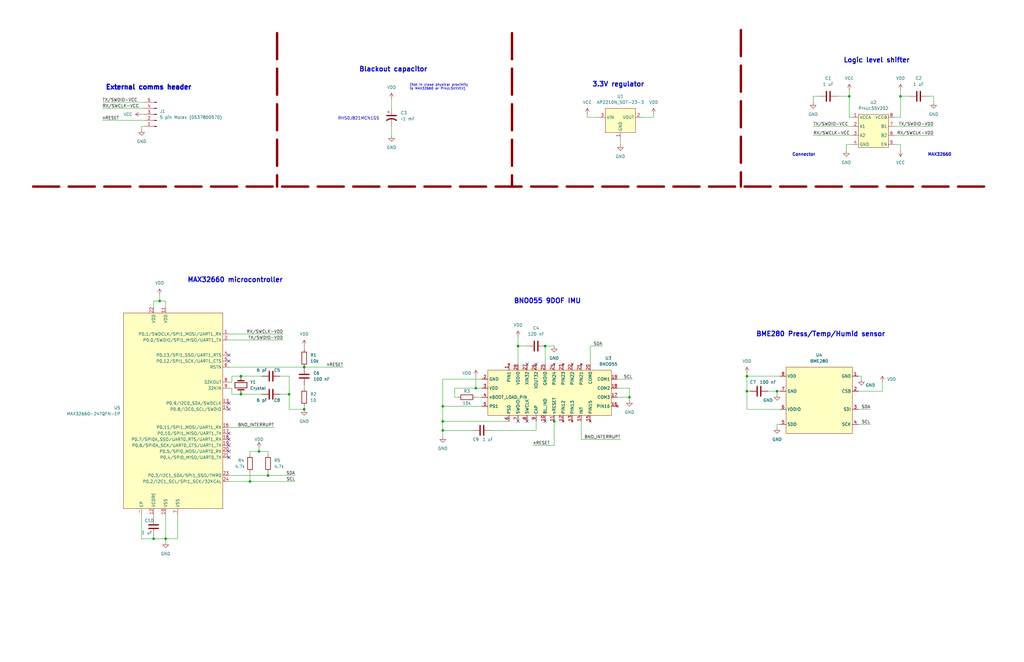
<source format=kicad_sch>
(kicad_sch (version 20211123) (generator eeschema)
  (paper "B")
  (title_block (title "Universal Kinematics Data Aquisition Board") (date "2022-12-03") (rev "1") (company "Lilypad Aerospace") (comment 1 "Public release: No") (comment 2 "Production:") (comment 3 "Approved by: ") (comment 4 "Engineer: Joseph Hayes"))
  (lib_symbols
    (symbol "Connector:Conn_01x05_Male" (pin_names (offset 1.016) hide)
      (property "Reference" "J" (at 0 7.62 0))
      (property "Value" "Conn_01x05_Male" (at 0 -7.62 0))
      (symbol "Conn_01x05_Male_1_1"
        (polyline (pts (xy 1.27 -5.08) (xy 0.8636 -5.08)) (stroke (width 0.1524)))
        (polyline (pts (xy 1.27 -2.54) (xy 0.8636 -2.54)) (stroke (width 0.1524)))
        (polyline (pts (xy 1.27 0) (xy 0.8636 0)) (stroke (width 0.1524)))
        (polyline (pts (xy 1.27 2.54) (xy 0.8636 2.54)) (stroke (width 0.1524)))
        (polyline (pts (xy 1.27 5.08) (xy 0.8636 5.08)) (stroke (width 0.1524)))
        (rectangle (start 0.8636 -4.953) (end 0 -5.207) (stroke (width 0.1524)) (fill (type outline)))
        (rectangle (start 0.8636 -2.413) (end 0 -2.667) (stroke (width 0.1524)) (fill (type outline)))
        (rectangle (start 0.8636 0.127) (end 0 -0.127) (stroke (width 0.1524)) (fill (type outline)))
        (rectangle (start 0.8636 2.667) (end 0 2.413) (stroke (width 0.1524)) (fill (type outline)))
        (rectangle (start 0.8636 5.207) (end 0 4.953) (stroke (width 0.1524)) (fill (type outline)))
        (pin passive line (at 5.08 5.08 180) (length 3.81) (name "Pin_1") (number "1"))
        (pin passive line (at 5.08 2.54 180) (length 3.81) (name "Pin_2") (number "2"))
        (pin passive line (at 5.08 0 180) (length 3.81) (name "Pin_3") (number "3"))
        (pin passive line (at 5.08 -2.54 180) (length 3.81) (name "Pin_4") (number "4"))
        (pin passive line (at 5.08 -5.08 180) (length 3.81) (name "Pin_5") (number "5"))
      )
    )
    (symbol "Device:C" (pin_numbers hide) (pin_names (offset 0.254))
      (property "Reference" "C" (at 0.635 2.54 0))
      (property "Value" "C" (at 0.635 -2.54 0))
      (symbol "C_0_1"
        (polyline (pts (xy -2.032 -0.762) (xy 2.032 -0.762)) (stroke (width 0.508)))
        (polyline (pts (xy -2.032 0.762) (xy 2.032 0.762)) (stroke (width 0.508)))
      )
      (symbol "C_1_1"
        (pin passive line (at 0 3.81 270) (length 2.794) (name "~") (number "1"))
        (pin passive line (at 0 -3.81 90) (length 2.794) (name "~") (number "2"))
      )
    )
    (symbol "Device:C_Polarized_US" (pin_numbers hide) (pin_names (offset 0.254) hide)
      (property "Reference" "C" (at 0.635 2.54 0))
      (property "Value" "C_Polarized_US" (at 0.635 -2.54 0))
      (symbol "C_Polarized_US_0_1"
        (polyline (pts (xy -2.032 0.762) (xy 2.032 0.762)) (stroke (width 0.508)))
        (polyline (pts (xy -1.778 2.286) (xy -0.762 2.286)))
        (polyline (pts (xy -1.27 1.778) (xy -1.27 2.794)))
        (arc (start 2.032 -1.27) (mid 0 -0.5572) (end -2.032 -1.27) (stroke (width 0.508)))
      )
      (symbol "C_Polarized_US_1_1"
        (pin passive line (at 0 3.81 270) (length 2.794) (name "~") (number "1"))
        (pin passive line (at 0 -3.81 90) (length 3.302) (name "~") (number "2"))
      )
    )
    (symbol "Device:Crystal" (pin_numbers hide) (pin_names (offset 1.016) hide)
      (property "Reference" "Y" (at 0 3.81 0))
      (property "Value" "Crystal" (at 0 -3.81 0))
      (symbol "Crystal_0_1"
        (rectangle (start -1.143 2.54) (end 1.143 -2.54) (stroke (width 0.3048)))
        (polyline (pts (xy -2.54 0) (xy -1.905 0)))
        (polyline (pts (xy -1.905 -1.27) (xy -1.905 1.27)) (stroke (width 0.508)))
        (polyline (pts (xy 1.905 -1.27) (xy 1.905 1.27)) (stroke (width 0.508)))
        (polyline (pts (xy 2.54 0) (xy 1.905 0)))
      )
      (symbol "Crystal_1_1"
        (pin passive line (at -3.81 0 0) (length 1.27) (name "1") (number "1"))
        (pin passive line (at 3.81 0 180) (length 1.27) (name "2") (number "2"))
      )
    )
    (symbol "Device:R" (pin_numbers hide) (pin_names (offset 0))
      (property "Reference" "R" (at 2.032 0 90))
      (property "Value" "R" (at 0 0 90))
      (symbol "R_0_1"
        (rectangle (start -1.016 -2.54) (end 1.016 2.54) (stroke (width 0.254)))
      )
      (symbol "R_1_1"
        (pin passive line (at 0 3.81 270) (length 1.27) (name "~") (number "1"))
        (pin passive line (at 0 -3.81 90) (length 1.27) (name "~") (number "2"))
      )
    )
    (symbol "Joseph:AP2210N_SOT-23-3"
      (property "Reference" "U?" (at 0 10.16 0))
      (property "Value" "AP2210N_SOT-23-3" (at 0 7.62 0))
      (symbol "AP2210N_SOT-23-3_0_0"
        (pin power_in line (at 0 -7.62 90) (length 2.54) (name "GND") (number "1"))
        (pin power_out line (at 8.89 1.27 180) (length 2.54) (name "VOUT") (number "2"))
        (pin power_in line (at -8.89 1.27 0) (length 2.54) (name "VIN") (number "3"))
      )
      (symbol "AP2210N_SOT-23-3_0_1"
        (rectangle (start -6.35 5.08) (end 6.35 -5.08) (fill (type background)))
      )
    )
    (symbol "Joseph:BME280"
      (property "Reference" "U" (at 11.43 -16.51 0))
      (property "Value" "BME280" (at -8.89 16.51 0))
      (symbol "BME280_0_0"
        (pin power_in line (at 16.51 10.16 180) (length 2.54) (name "GND") (number "1"))
        (pin input line (at 16.51 3.81 180) (length 2.54) (name "CSB") (number "2"))
        (pin input line (at 16.51 -3.81 180) (length 2.54) (name "SDI") (number "3"))
        (pin input line (at 16.51 -10.16 180) (length 2.54) (name "SCK") (number "4"))
        (pin output line (at -16.51 -10.16 0) (length 2.54) (name "SDO") (number "5"))
        (pin power_in line (at -16.51 -3.81 0) (length 2.54) (name "VDDIO") (number "6"))
        (pin power_in line (at -16.51 3.81 0) (length 2.54) (name "GND") (number "7"))
        (pin power_in line (at -16.51 10.16 0) (length 2.54) (name "VDD") (number "8"))
      )
      (symbol "BME280_0_1"
        (rectangle (start -13.97 13.97) (end 13.97 -13.97) (fill (type background)))
      )
    )
    (symbol "Joseph:BNO055"
      (property "Reference" "U3" (at 25.4 13.97 0))
      (property "Value" "BNO055" (at 25.4 11.43 0))
      (symbol "BNO055_0_0"
        (pin no_connect line (at -16.51 11.43 270) (length 2.54) (name "PIN1") (number "1"))
        (pin output line (at -1.27 -12.7 90) (length 2.54) (name "BL_IND") (number "10"))
        (pin free line (at 2.54 -12.7 90) (length 2.54) (name "nRESET") (number "11"))
        (pin no_connect line (at 6.35 -12.7 90) (length 2.54) (name "PIN12") (number "12"))
        (pin no_connect line (at 10.16 -12.7 90) (length 2.54) (name "PIN13") (number "13"))
        (pin output line (at 13.97 -12.7 90) (length 2.54) (name "INT") (number "14"))
        (pin no_connect line (at 17.78 -12.7 90) (length 2.54) (name "PIN15") (number "15"))
        (pin no_connect line (at 29.21 -6.35 180) (length 2.54) (name "PIN16") (number "16"))
        (pin input line (at 29.21 -2.54 180) (length 2.54) (name "COM3") (number "17"))
        (pin bidirectional line (at 29.21 1.27 180) (length 2.54) (name "COM2") (number "18"))
        (pin bidirectional line (at 29.21 5.08 180) (length 2.54) (name "COM1") (number "19"))
        (pin power_out line (at -27.94 5.08 0) (length 2.54) (name "GND") (number "2"))
        (pin bidirectional line (at 17.78 11.43 270) (length 2.54) (name "COM0") (number "20"))
        (pin no_connect line (at 13.97 11.43 270) (length 2.54) (name "PIN21") (number "21"))
        (pin no_connect line (at 10.16 11.43 270) (length 2.54) (name "PIN22") (number "22"))
        (pin no_connect line (at 6.35 11.43 270) (length 2.54) (name "PIN23") (number "23"))
        (pin no_connect line (at 2.54 11.43 270) (length 2.54) (name "PIN24") (number "24"))
        (pin power_in line (at -1.27 11.43 270) (length 2.54) (name "GNDIO") (number "25"))
        (pin output line (at -5.08 11.43 270) (length 2.54) (name "XOUT32") (number "26"))
        (pin input line (at -8.89 11.43 270) (length 2.54) (name "XIN32") (number "27"))
        (pin power_in line (at -12.7 11.43 270) (length 2.54) (name "VDDIO") (number "28"))
        (pin power_in line (at -27.94 1.27 0) (length 2.54) (name "VDD") (number "3"))
        (pin input line (at -27.94 -2.54 0) (length 2.54) (name "nBOOT_LOAD_PIN") (number "4"))
        (pin input line (at -27.94 -6.35 0) (length 2.54) (name "PS1") (number "5"))
        (pin input line (at -16.51 -12.7 90) (length 2.54) (name "PS0") (number "6"))
        (pin bidirectional line (at -12.7 -12.7 90) (length 2.54) (name "SWDIO") (number "7"))
        (pin input line (at -8.89 -12.7 90) (length 2.54) (name "SWCLK") (number "8"))
        (pin free line (at -5.08 -12.7 90) (length 2.54) (name "CAP") (number "9"))
      )
      (symbol "BNO055_0_1"
        (rectangle (start -25.4 8.89) (end 26.67 -10.16) (fill (type background)))
      )
    )
    (symbol "Joseph:MAX32660-24TQFN-EP"
      (property "Reference" "U5" (at -24.13 -1.9049 0))
      (property "Value" "MAX32660-24TQFN-EP" (at -24.13 -4.4449 0))
      (symbol "MAX32660-24TQFN-EP_0_0"
        (pin power_in line (at -15.24 -46.99 90) (length 2.54) (name "EP") (number "-"))
        (pin bidirectional line (at 21.59 29.21 180) (length 2.54) (name "P0.1/SWDCLK/SPI1_MOSI/UART1_RX") (number "1"))
        (pin power_in line (at -5.08 -46.99 90) (length 2.54) (name "VSS") (number "10"))
        (pin power_in line (at -5.08 40.64 270) (length 2.54) (name "VDD") (number "11"))
        (pin power_in line (at -10.16 -46.99 90) (length 2.54) (name "VCORE") (number "12"))
        (pin bidirectional line (at 21.59 0 180) (length 2.54) (name "P0.9/I2C0_SDA/SWDCLK") (number "13"))
        (pin bidirectional line (at 21.59 -2.54 180) (length 2.54) (name "P0.8/I2C0_SCL/SWDIO") (number "14"))
        (pin bidirectional line (at 21.59 -10.16 180) (length 2.54) (name "P0.11/SPI1_MOSI/UART1_RX") (number "16"))
        (pin bidirectional line (at 21.59 -12.7 180) (length 2.54) (name "P0.10/SPI1_MISO/UART1_TX") (number "17"))
        (pin bidirectional line (at 21.59 -15.24 180) (length 2.54) (name "P0.7/SPI0A_SSO/UART0_RTS/UART1_RX") (number "18"))
        (pin bidirectional line (at 21.59 -17.78 180) (length 2.54) (name "P0.6/SPI0A_SCK/UART0_CTS/UART1_TX") (number "19"))
        (pin bidirectional line (at 21.59 26.67 180) (length 2.54) (name "P0.0/SWDIO/SPI1_MISO/UART1_TX") (number "2"))
        (pin bidirectional line (at 21.59 -20.32 180) (length 2.54) (name "P0.5/SPI0_MOSI/UART0_RX") (number "20"))
        (pin passive line (at 21.59 -22.86 180) (length 2.54) (name "P0.4/SPI0_MISO/UART0_TX") (number "21"))
        (pin power_in line (at -10.16 40.64 270) (length 2.54) (name "VDD") (number "22"))
        (pin bidirectional line (at 21.59 -30.48 180) (length 2.54) (name "P0.3/I2C1_SDA/SPI1_SSO/TMR0") (number "23"))
        (pin bidirectional line (at 21.59 -33.02 180) (length 2.54) (name "P0.2/I2C1_SCL/SPI1_SCK/32KCAL") (number "24"))
        (pin bidirectional line (at 21.59 20.32 180) (length 2.54) (name "P0.13/SPI1_SSO/UART1_RTS") (number "4"))
        (pin bidirectional line (at 21.59 17.78 180) (length 2.54) (name "P0.12/SPI1_SCK/UART1_CTS") (number "5"))
        (pin input line (at 21.59 15.24 180) (length 2.54) (name "RSTN") (number "6"))
        (pin power_in line (at 0 -46.99 90) (length 2.54) (name "VSS") (number "7"))
        (pin output line (at 21.59 8.89 180) (length 2.54) (name "32KOUT") (number "8"))
        (pin input line (at 21.59 6.35 180) (length 2.54) (name "32KIN") (number "9"))
      )
      (symbol "MAX32660-24TQFN-EP_0_1"
        (rectangle (start -22.86 38.1) (end 19.05 -44.45) (fill (type background)))
      )
    )
    (symbol "Joseph:PI4ULS5V202"
      (property "Reference" "U2" (at 0 12.7 0))
      (property "Value" "PI4ULS5V202" (at 0 10.16 0))
      (symbol "PI4ULS5V202_0_0"
        (pin power_in line (at -8.89 6.35 0) (length 2.54) (name "VCCA") (number "1"))
        (pin bidirectional line (at -8.89 2.54 0) (length 2.54) (name "A1") (number "2"))
        (pin bidirectional line (at -8.89 -1.27 0) (length 2.54) (name "A2") (number "3"))
        (pin power_in line (at -8.89 -5.08 0) (length 2.54) (name "GND") (number "4"))
        (pin input line (at 8.89 -5.08 180) (length 2.54) (name "EN") (number "5"))
        (pin bidirectional line (at 8.89 -1.27 180) (length 2.54) (name "B2") (number "6"))
        (pin bidirectional line (at 8.89 2.54 180) (length 2.54) (name "B1") (number "7"))
        (pin power_in line (at 8.89 6.35 180) (length 2.54) (name "VCCB") (number "8"))
      )
      (symbol "PI4ULS5V202_0_1"
        (rectangle (start -6.35 7.62) (end 6.35 -6.35) (fill (type background)))
      )
    )
    (symbol "power:GND" (power) (pin_names (offset 0))
      (property "Value" "GND" (at 0 -3.81 0))
      (symbol "GND_0_1"
        (polyline (pts (xy 0 0) (xy 0 -1.27) (xy 1.27 -1.27) (xy 0 -2.54) (xy -1.27 -1.27) (xy 0 -1.27)))
      )
      (symbol "GND_1_1"
        (pin power_in line (at 0 0 270) (length 0) hide (name "GND") (number "1"))
      )
    )
    (symbol "power:VCC" (power) (pin_names (offset 0))
      (property "Value" "VCC" (at 0 3.81 0))
      (symbol "VCC_0_1"
        (polyline (pts (xy -0.762 1.27) (xy 0 2.54)))
        (polyline (pts (xy 0 0) (xy 0 2.54)))
        (polyline (pts (xy 0 2.54) (xy 0.762 1.27)))
      )
      (symbol "VCC_1_1"
        (pin power_in line (at 0 0 90) (length 0) hide (name "VCC") (number "1"))
      )
    )
    (symbol "power:VDD" (power) (pin_names (offset 0))
      (property "Value" "VDD" (at 0 3.81 0))
      (symbol "VDD_0_1"
        (polyline (pts (xy -0.762 1.27) (xy 0 2.54)))
        (polyline (pts (xy 0 0) (xy 0 2.54)))
        (polyline (pts (xy 0 2.54) (xy 0.762 1.27)))
      )
      (symbol "VDD_1_1"
        (pin power_in line (at 0 0 90) (length 0) hide (name "VDD") (number "1"))
      )
    )
  )
  (junction (at 314.96 165.1))
  (junction (at 105.41 203.2))
  (junction (at 113.03 200.66))
  (junction (at 186.69 171.45))
  (junction (at 101.6 166.37))
  (junction (at 101.6 158.75))
  (junction (at 358.14 40.64))
  (junction (at 64.77 227.33))
  (junction (at 229.87 146.05))
  (junction (at 128.27 154.94))
  (junction (at 121.92 166.37))
  (junction (at 69.85 227.33))
  (junction (at 327.66 165.1))
  (junction (at 109.22 190.5))
  (junction (at 186.69 181.61))
  (junction (at 379.73 40.64))
  (junction (at 314.96 158.75))
  (junction (at 233.68 177.8))
  (junction (at 128.27 172.72))
  (junction (at 186.69 177.8))
  (junction (at 218.44 146.05))
  (junction (at 200.66 163.83))
  (junction (at 265.43 167.64))
  (junction (at 67.31 127))
  (no_connect (at 96.52 170.18))
  (no_connect (at 96.52 152.4))
  (no_connect (at 96.52 149.86))
  (no_connect (at 96.52 193.04))
  (no_connect (at 96.52 172.72))
  (no_connect (at 96.52 182.88))
  (no_connect (at 96.52 185.42))
  (no_connect (at 96.52 187.96))
  (no_connect (at 96.52 190.5))
  (no_connect (at 222.25 177.8))
  (no_connect (at 229.87 177.8))
  (no_connect (at 226.06 153.67))
  (no_connect (at 222.25 153.67))
  (no_connect (at 218.44 177.8))
  (wire (pts (xy 245.11 185.42) (xy 261.62 185.42)))
  (wire (pts (xy 186.69 171.45) (xy 186.69 177.8)))
  (wire (pts (xy 74.93 227.33) (xy 69.85 227.33)))
  (wire (pts (xy 113.03 199.39) (xy 113.03 200.66)))
  (wire (pts (xy 377.19 49.53) (xy 379.73 49.53)))
  (wire (pts (xy 191.77 163.83) (xy 200.66 163.83)))
  (wire (pts (xy 229.87 153.67) (xy 229.87 146.05)))
  (wire (pts (xy 67.31 127) (xy 67.31 124.46)))
  (wire (pts (xy 270.51 49.53) (xy 275.59 49.53)))
  (wire (pts (xy 245.11 177.8) (xy 245.11 185.42)))
  (wire (pts (xy 43.18 43.18) (xy 60.96 43.18)))
  (wire (pts (xy 327.66 179.07) (xy 327.66 180.34)))
  (wire (pts (xy 200.66 167.64) (xy 203.2 167.64)))
  (wire (pts (xy 361.95 179.07) (xy 367.03 179.07)))
  (wire (pts (xy 59.69 217.17) (xy 59.69 227.33)))
  (wire (pts (xy 165.1 41.91) (xy 165.1 45.72)))
  (wire (pts (xy 260.35 163.83) (xy 265.43 163.83)))
  (polyline (pts (xy 116.84 13.97) (xy 116.84 78.74)) (stroke (width 1) (color 132 0 0 1)))
  (wire (pts (xy 165.1 53.34) (xy 165.1 57.15)))
  (wire (pts (xy 248.92 146.05) (xy 254 146.05)))
  (wire (pts (xy 391.16 40.64) (xy 393.7 40.64)))
  (wire (pts (xy 69.85 217.17) (xy 69.85 227.33)))
  (wire (pts (xy 121.92 158.75) (xy 121.92 166.37)))
  (wire (pts (xy 118.11 158.75) (xy 121.92 158.75)))
  (wire (pts (xy 128.27 146.05) (xy 128.27 147.32)))
  (wire (pts (xy 377.19 53.34) (xy 393.7 53.34)))
  (wire (pts (xy 363.22 158.75) (xy 363.22 160.02)))
  (wire (pts (xy 372.11 165.1) (xy 372.11 161.29)))
  (wire (pts (xy 69.85 127) (xy 67.31 127)))
  (wire (pts (xy 314.96 158.75) (xy 314.96 157.48)))
  (wire (pts (xy 109.22 190.5) (xy 113.03 190.5)))
  (wire (pts (xy 361.95 158.75) (xy 363.22 158.75)))
  (wire (pts (xy 60.96 53.34) (xy 59.69 53.34)))
  (polyline (pts (xy 215.9 13.97) (xy 215.9 78.74)) (stroke (width 1) (color 132 0 0 1)))
  (wire (pts (xy 109.22 189.23) (xy 109.22 190.5)))
  (wire (pts (xy 200.66 158.75) (xy 200.66 163.83)))
  (wire (pts (xy 97.79 163.83) (xy 97.79 166.37)))
  (wire (pts (xy 97.79 166.37) (xy 101.6 166.37)))
  (wire (pts (xy 323.85 165.1) (xy 327.66 165.1)))
  (wire (pts (xy 379.73 38.1) (xy 379.73 40.64)))
  (wire (pts (xy 64.77 127) (xy 67.31 127)))
  (wire (pts (xy 43.18 50.8) (xy 60.96 50.8)))
  (wire (pts (xy 64.77 217.17) (xy 64.77 218.44)))
  (wire (pts (xy 218.44 142.24) (xy 218.44 146.05)))
  (wire (pts (xy 260.35 160.02) (xy 266.7 160.02)))
  (wire (pts (xy 191.77 167.64) (xy 191.77 163.83)))
  (wire (pts (xy 97.79 158.75) (xy 101.6 158.75)))
  (wire (pts (xy 105.41 199.39) (xy 105.41 203.2)))
  (wire (pts (xy 59.69 227.33) (xy 64.77 227.33)))
  (wire (pts (xy 361.95 172.72) (xy 367.03 172.72)))
  (wire (pts (xy 74.93 217.17) (xy 74.93 227.33)))
  (wire (pts (xy 96.52 140.97) (xy 119.38 140.97)))
  (wire (pts (xy 377.19 60.96) (xy 379.73 60.96)))
  (wire (pts (xy 128.27 154.94) (xy 144.78 154.94)))
  (wire (pts (xy 356.87 60.96) (xy 356.87 63.5)))
  (wire (pts (xy 186.69 160.02) (xy 186.69 171.45)))
  (wire (pts (xy 265.43 168.91) (xy 265.43 167.64)))
  (wire (pts (xy 43.18 45.72) (xy 60.96 45.72)))
  (wire (pts (xy 59.69 53.34) (xy 59.69 54.61)))
  (wire (pts (xy 328.93 165.1) (xy 327.66 165.1)))
  (wire (pts (xy 64.77 129.54) (xy 64.77 127)))
  (wire (pts (xy 121.92 166.37) (xy 118.11 166.37)))
  (wire (pts (xy 121.92 172.72) (xy 128.27 172.72)))
  (wire (pts (xy 247.65 49.53) (xy 247.65 48.26)))
  (wire (pts (xy 233.68 175.26) (xy 233.68 177.8)))
  (wire (pts (xy 252.73 49.53) (xy 247.65 49.53)))
  (wire (pts (xy 316.23 165.1) (xy 314.96 165.1)))
  (wire (pts (xy 97.79 161.29) (xy 97.79 158.75)))
  (wire (pts (xy 379.73 40.64) (xy 379.73 49.53)))
  (wire (pts (xy 113.03 200.66) (xy 124.46 200.66)))
  (wire (pts (xy 359.41 49.53) (xy 358.14 49.53)))
  (wire (pts (xy 226.06 181.61) (xy 207.01 181.61)))
  (wire (pts (xy 59.69 48.26) (xy 60.96 48.26)))
  (wire (pts (xy 314.96 172.72) (xy 314.96 165.1)))
  (wire (pts (xy 327.66 165.1) (xy 327.66 166.37)))
  (wire (pts (xy 186.69 181.61) (xy 186.69 184.15)))
  (wire (pts (xy 224.79 187.96) (xy 233.68 187.96)))
  (wire (pts (xy 314.96 158.75) (xy 328.93 158.75)))
  (wire (pts (xy 314.96 165.1) (xy 314.96 158.75)))
  (wire (pts (xy 186.69 177.8) (xy 186.69 181.61)))
  (wire (pts (xy 342.9 40.64) (xy 342.9 43.18)))
  (wire (pts (xy 358.14 40.64) (xy 358.14 38.1)))
  (wire (pts (xy 358.14 49.53) (xy 358.14 40.64)))
  (wire (pts (xy 218.44 146.05) (xy 222.25 146.05)))
  (wire (pts (xy 229.87 146.05) (xy 233.68 146.05)))
  (wire (pts (xy 69.85 227.33) (xy 69.85 228.6)))
  (wire (pts (xy 186.69 160.02) (xy 203.2 160.02)))
  (wire (pts (xy 96.52 163.83) (xy 97.79 163.83)))
  (wire (pts (xy 203.2 163.83) (xy 200.66 163.83)))
  (wire (pts (xy 275.59 49.53) (xy 275.59 48.26)))
  (wire (pts (xy 359.41 60.96) (xy 356.87 60.96)))
  (wire (pts (xy 96.52 200.66) (xy 113.03 200.66)))
  (wire (pts (xy 113.03 190.5) (xy 113.03 191.77)))
  (wire (pts (xy 233.68 177.8) (xy 233.68 187.96)))
  (wire (pts (xy 96.52 203.2) (xy 105.41 203.2)))
  (wire (pts (xy 226.06 177.8) (xy 226.06 181.61)))
  (polyline (pts (xy 312.42 12.7) (xy 312.42 78.74)) (stroke (width 1) (color 132 0 0 1)))
  (wire (pts (xy 105.41 191.77) (xy 105.41 190.5)))
  (wire (pts (xy 64.77 226.06) (xy 64.77 227.33)))
  (wire (pts (xy 193.04 167.64) (xy 191.77 167.64)))
  (wire (pts (xy 96.52 143.51) (xy 119.38 143.51)))
  (wire (pts (xy 186.69 181.61) (xy 199.39 181.61)))
  (wire (pts (xy 101.6 158.75) (xy 110.49 158.75)))
  (wire (pts (xy 260.35 167.64) (xy 265.43 167.64)))
  (wire (pts (xy 105.41 203.2) (xy 124.46 203.2)))
  (wire (pts (xy 186.69 177.8) (xy 214.63 177.8)))
  (wire (pts (xy 328.93 179.07) (xy 327.66 179.07)))
  (wire (pts (xy 101.6 166.37) (xy 110.49 166.37)))
  (wire (pts (xy 96.52 154.94) (xy 128.27 154.94)))
  (wire (pts (xy 361.95 165.1) (xy 372.11 165.1)))
  (wire (pts (xy 121.92 166.37) (xy 121.92 172.72)))
  (wire (pts (xy 64.77 227.33) (xy 69.85 227.33)))
  (wire (pts (xy 261.62 58.42) (xy 261.62 60.96)))
  (wire (pts (xy 69.85 129.54) (xy 69.85 127)))
  (wire (pts (xy 128.27 171.45) (xy 128.27 172.72)))
  (wire (pts (xy 393.7 40.64) (xy 393.7 43.18)))
  (polyline (pts (xy 13.97 78.74) (xy 417.83 78.74)) (stroke (width 1) (color 132 0 0 1)))
  (wire (pts (xy 379.73 60.96) (xy 379.73 63.5)))
  (wire (pts (xy 186.69 171.45) (xy 203.2 171.45)))
  (wire (pts (xy 379.73 40.64) (xy 383.54 40.64)))
  (wire (pts (xy 218.44 146.05) (xy 218.44 153.67)))
  (wire (pts (xy 105.41 190.5) (xy 109.22 190.5)))
  (wire (pts (xy 248.92 153.67) (xy 248.92 146.05)))
  (wire (pts (xy 128.27 162.56) (xy 128.27 163.83)))
  (wire (pts (xy 345.44 40.64) (xy 342.9 40.64)))
  (wire (pts (xy 96.52 161.29) (xy 97.79 161.29)))
  (wire (pts (xy 353.06 40.64) (xy 358.14 40.64)))
  (wire (pts (xy 377.19 57.15) (xy 393.7 57.15)))
  (wire (pts (xy 342.9 57.15) (xy 359.41 57.15)))
  (wire (pts (xy 342.9 53.34) (xy 359.41 53.34)))
  (wire (pts (xy 96.52 180.34) (xy 115.57 180.34)))
  (wire (pts (xy 328.93 172.72) (xy 314.96 172.72)))
  (wire (pts (xy 265.43 163.83) (xy 265.43 167.64)))
  (text "(Not in close physical proximity \nto MAX32660 or PI4ULSVXVEX)" (at 172.72 38.1 0) (effects (font (size 1 1)) (justify left bottom)))
  (text "MAX32660" (at 391.16 66.04 0) (effects (font (size 1.27 1.27) bold) (justify left bottom)))
  (text "Connector" (at 334.01 66.04 0) (effects (font (size 1.27 1.27) bold) (justify left bottom)))
  (text "BME280 Press/Temp/Humid sensor" (at 373.38 142.24 180) (effects (font (size 2 2) bold) (justify right bottom)))
  (text "External comms header" (at 44.45 38.1 0) (effects (font (size 2 2) (thickness 0.8) bold) (justify left bottom)))
  (text "MAX32660 microcontroller" (at 119.38 119.38 180) (effects (font (size 2 2) (thickness 0.4) bold) (justify right bottom)))
  (text "RHS0J821MCN1GS" (at 160.02 50.8 180) (effects (font (size 1.27 1.27)) (justify right bottom)))
  (text "Logic level shifter" (at 355.6 26.67 0) (effects (font (size 2 2) (thickness 0.4) bold) (justify left bottom)))
  (text "3.3V regulator" (at 271.78 36.83 180) (effects (font (size 2 2) bold) (justify right bottom)))
  (text "Blackout capacitor" (at 180.34 30.48 180) (effects (font (size 2 2) bold) (justify right bottom)))
  (text "BNO055 9DOF IMU" (at 245.11 128.27 180) (effects (font (size 2 2) (thickness 0.4) bold) (justify right bottom)))
  (label "BNO_INTERRUPT" (at 261.62 185.42 180))
  (label "nRESET" (at 43.18 50.8 0))
  (label "SDA" (at 367.03 172.72 180))
  (label "RX{slash}SWCLK-VCC" (at 342.9 57.15 0))
  (label "SDA" (at 124.46 200.66 180))
  (label "SDA" (at 254 146.05 180))
  (label "RX{slash}SWCLK-VCC" (at 43.18 45.72 0))
  (label "nRESET" (at 224.79 187.96 0))
  (label "SCL" (at 124.46 203.2 180))
  (label "SCL" (at 266.7 160.02 180))
  (label "SCL" (at 367.03 179.07 180))
  (label "nRESET" (at 144.78 154.94 180))
  (label "TX{slash}SWDIO-VCC" (at 43.18 43.18 0))
  (label "TX{slash}SWDIO-VDD" (at 393.7 53.34 180))
  (label "TX{slash}SWDIO-VCC" (at 342.9 53.34 0))
  (label "RX{slash}SWCLK-VDD" (at 119.38 140.97 180))
  (label "RX{slash}SWCLK-VDD" (at 393.7 57.15 180))
  (label "TX{slash}SWDIO-VDD" (at 119.38 143.51 180))
  (label "BNO_INTERRUPT" (at 115.57 180.34 180))
  (symbol (lib_id "Device:C") (at 64.77 222.25 0) (unit 1)
    (property "Reference" "C10" (at 60.96 219.71 0) (effects (justify left)))
    (property "Value" "1 uF" (at 59.69 224.79 0) (effects (justify left)))
  )
  (symbol (lib_id "power:GND") (at 59.69 54.61 0) (unit 1)
    (property "Reference" "#PWR09" (effects hide))
    (property "Value" "GND" (at 59.69 59.69 0))
  )
  (symbol (lib_id "power:GND") (at 69.85 228.6 0) (unit 1)
    (property "Reference" "#PWR028" (effects hide))
    (property "Value" "GND" (at 69.85 233.68 0))
  )
  (symbol (lib_id "power:VDD") (at 165.1 41.91 0) (unit 1)
    (property "Reference" "#PWR03" (effects hide))
    (property "Value" "VDD" (at 165.1 36.83 0))
  )
  (symbol (lib_id "Joseph:AP2210N_SOT-23-3") (at 261.62 50.8 0) (unit 1)
    (property "Reference" "U1" (at 261.62 40.64 0))
    (property "Value" "AP2210N_SOT-23-3" (at 261.62 43.18 0))
  )
  (symbol (lib_id "Connector:Conn_01x05_Male") (at 66.04 48.26 180) (unit 1)
    (property "Reference" "J1" (at 67.31 46.9899 0) (effects (justify right)))
    (property "Value" "5 pin Molex (0537800570)" (at 67.31 49.5299 0) (effects (justify right)))
  )
  (symbol (lib_id "Device:C") (at 114.3 166.37 90) (unit 1)
    (property "Reference" "C8" (at 116.84 168.91 90))
    (property "Value" "6 pF" (at 110.49 168.91 90))
  )
  (symbol (lib_id "power:GND") (at 363.22 160.02 0) (unit 1)
    (property "Reference" "#PWR020" (effects hide))
    (property "Value" "GND" (at 367.03 162.56 0))
  )
  (symbol (lib_id "power:VDD") (at 379.73 38.1 0) (unit 1)
    (property "Reference" "#PWR02" (effects hide))
    (property "Value" "VDD" (at 379.73 33.02 0))
  )
  (symbol (lib_id "Device:C") (at 387.35 40.64 90) (unit 1)
    (property "Reference" "C2" (at 387.35 33.02 90))
    (property "Value" "1 uF" (at 387.35 35.56 90))
  )
  (symbol (lib_id "Device:C") (at 226.06 146.05 90) (unit 1)
    (property "Reference" "C4" (at 226.06 138.43 90))
    (property "Value" "120 nF" (at 226.06 140.97 90))
  )
  (symbol (lib_id "power:GND") (at 128.27 172.72 0) (unit 1)
    (property "Reference" "#PWR024" (effects hide))
    (property "Value" "GND" (at 128.27 177.8 0))
  )
  (symbol (lib_id "Joseph:BNO055") (at 231.14 165.1 0) (unit 1)
    (property "Reference" "U3" (at 256.54 151.13 0))
    (property "Value" "BNO055" (at 256.54 153.67 0))
  )
  (symbol (lib_id "power:VCC") (at 379.73 63.5 180) (unit 1)
    (property "Reference" "#PWR013" (effects hide))
    (property "Value" "VCC" (at 379.73 68.58 0))
  )
  (symbol (lib_id "Device:C") (at 114.3 158.75 90) (unit 1)
    (property "Reference" "C5" (at 116.84 156.21 90))
    (property "Value" "6 pF" (at 110.49 156.21 90))
  )
  (symbol (lib_id "power:VDD") (at 200.66 158.75 0) (unit 1)
    (property "Reference" "#PWR019" (effects hide))
    (property "Value" "VDD" (at 196.85 157.48 0))
  )
  (symbol (lib_id "power:GND") (at 356.87 63.5 0) (unit 1)
    (property "Reference" "#PWR012" (effects hide))
    (property "Value" "GND" (at 356.87 68.58 0))
  )
  (symbol (lib_id "power:VDD") (at 314.96 157.48 0) (unit 1)
    (property "Reference" "#PWR018" (effects hide))
    (property "Value" "VDD" (at 314.96 152.4 0))
  )
  (symbol (lib_id "Joseph:MAX32660-24TQFN-EP") (at 74.93 170.18 0) (unit 1)
    (property "Reference" "U5" (at 50.8 172.0849 0) (effects (justify right)))
    (property "Value" "MAX32660-24TQFN-EP" (at 50.8 174.6249 0) (effects (justify right)))
  )
  (symbol (lib_id "Device:R") (at 128.27 151.13 0) (unit 1)
    (property "Reference" "R1" (at 130.81 149.8599 0) (effects (justify left)))
    (property "Value" "10k" (at 130.81 152.3999 0) (effects (justify left)))
  )
  (symbol (lib_id "Device:R") (at 128.27 167.64 0) (unit 1)
    (property "Reference" "R2" (at 130.81 166.3699 0) (effects (justify left)))
    (property "Value" "10" (at 130.81 168.9099 0) (effects (justify left)))
  )
  (symbol (lib_id "power:VDD") (at 218.44 142.24 0) (unit 1)
    (property "Reference" "#PWR015" (effects hide))
    (property "Value" "VDD" (at 218.44 137.16 0))
  )
  (symbol (lib_id "power:GND") (at 327.66 180.34 0) (unit 1)
    (property "Reference" "#PWR025" (effects hide))
    (property "Value" "GND" (at 327.66 185.42 0))
  )
  (symbol (lib_id "Joseph:PI4ULS5V202") (at 368.3 55.88 0) (unit 1)
    (property "Reference" "U2" (at 368.3 43.18 0))
    (property "Value" "PI4ULS5V202" (at 368.3 45.72 0))
  )
  (symbol (lib_id "Device:C") (at 349.25 40.64 90) (unit 1)
    (property "Reference" "C1" (at 349.25 33.02 90))
    (property "Value" "1 uF" (at 349.25 35.56 90))
  )
  (symbol (lib_id "power:VDD") (at 67.31 124.46 0) (unit 1)
    (property "Reference" "#PWR014" (effects hide))
    (property "Value" "VDD" (at 67.31 119.38 0))
  )
  (symbol (lib_id "power:GND") (at 265.43 168.91 0) (unit 1)
    (property "Reference" "#PWR023" (effects hide))
    (property "Value" "GND" (at 265.43 173.99 0))
  )
  (symbol (lib_id "power:VCC") (at 247.65 48.26 0) (unit 1)
    (property "Reference" "#PWR07" (effects hide))
    (property "Value" "VCC" (at 247.65 43.18 0))
  )
  (symbol (lib_id "power:VDD") (at 275.59 48.26 0) (unit 1)
    (property "Reference" "#PWR08" (effects hide))
    (property "Value" "VDD" (at 275.59 43.18 0))
  )
  (symbol (lib_id "Device:R") (at 113.03 195.58 0) (unit 1)
    (property "Reference" "R5" (at 115.57 194.3099 0) (effects (justify left)))
    (property "Value" "4.7k" (at 115.57 196.8499 0) (effects (justify left)))
  )
  (symbol (lib_id "power:GND") (at 165.1 57.15 0) (unit 1)
    (property "Reference" "#PWR010" (effects hide))
    (property "Value" "GND" (at 165.1 62.23 0))
  )
  (symbol (lib_id "Device:C") (at 203.2 181.61 90) (unit 1)
    (property "Reference" "C9" (at 200.66 185.42 90))
    (property "Value" "1 uF" (at 205.74 185.42 90))
  )
  (symbol (lib_id "power:GND") (at 342.9 43.18 0) (unit 1)
    (property "Reference" "#PWR04" (effects hide))
    (property "Value" "GND" (at 342.9 48.26 0))
  )
  (symbol (lib_id "Device:C_Polarized_US") (at 165.1 49.53 0) (unit 1)
    (property "Reference" "C3" (at 168.91 47.6249 0) (effects (justify left)))
    (property "Value" "~1 mF" (at 168.91 50.1649 0) (effects (justify left)))
  )
  (symbol (lib_id "power:VCC") (at 358.14 38.1 0) (unit 1)
    (property "Reference" "#PWR01" (effects hide))
    (property "Value" "VCC" (at 358.14 33.02 0))
  )
  (symbol (lib_id "power:GND") (at 393.7 43.18 0) (unit 1)
    (property "Reference" "#PWR05" (effects hide))
    (property "Value" "GND" (at 393.7 48.26 0))
  )
  (symbol (lib_id "Device:C") (at 320.04 165.1 90) (unit 1)
    (property "Reference" "C7" (at 317.5 161.29 90))
    (property "Value" "100 nF" (at 323.85 161.29 90))
  )
  (symbol (lib_id "Device:R") (at 196.85 167.64 90) (unit 1)
    (property "Reference" "R3" (at 196.85 165.1 90))
    (property "Value" "10k" (at 196.85 170.18 90))
  )
  (symbol (lib_id "power:GND") (at 186.69 184.15 0) (unit 1)
    (property "Reference" "#PWR026" (effects hide))
    (property "Value" "GND" (at 186.69 189.23 0))
  )
  (symbol (lib_id "Device:R") (at 105.41 195.58 0) (unit 1)
    (property "Reference" "R4" (at 100.33 194.31 0) (effects (justify left)))
    (property "Value" "4.7k" (at 99.06 196.85 0) (effects (justify left)))
  )
  (symbol (lib_id "power:GND") (at 233.68 146.05 0) (unit 1)
    (property "Reference" "#PWR017" (effects hide))
    (property "Value" "GND" (at 233.68 151.13 0))
  )
  (symbol (lib_id "Joseph:BME280") (at 345.44 168.91 0) (unit 1)
    (property "Reference" "U4" (at 345.44 149.86 0))
    (property "Value" "BME280" (at 345.44 152.4 0))
  )
  (symbol (lib_id "power:GND") (at 261.62 60.96 0) (unit 1)
    (property "Reference" "#PWR011" (effects hide))
    (property "Value" "GND" (at 261.62 66.04 0))
  )
  (symbol (lib_id "power:GND") (at 327.66 166.37 0) (unit 1)
    (property "Reference" "#PWR022" (effects hide))
    (property "Value" "GND" (at 323.85 168.91 0))
  )
  (symbol (lib_id "Device:Crystal") (at 101.6 162.56 90) (unit 1)
    (property "Reference" "Y1" (at 105.41 161.2899 90) (effects (justify right)))
    (property "Value" "Crystal" (at 105.41 163.8299 90) (effects (justify right)))
  )
  (symbol (lib_id "power:VCC") (at 59.69 48.26 90) (unit 1)
    (property "Reference" "#PWR06" (effects hide))
    (property "Value" "VCC" (at 55.88 48.2599 90) (effects (justify left)))
  )
  (symbol (lib_id "power:VDD") (at 109.22 189.23 0) (unit 1)
    (property "Reference" "#PWR027" (effects hide))
    (property "Value" "VDD" (at 109.22 185.42 0))
  )
  (symbol (lib_id "power:VDD") (at 372.11 161.29 0) (unit 1)
    (property "Reference" "#PWR021" (effects hide))
    (property "Value" "VDD" (at 375.92 160.02 0))
  )
  (symbol (lib_id "power:VDD") (at 128.27 146.05 0) (unit 1)
    (property "Reference" "#PWR016" (effects hide))
    (property "Value" "VDD" (at 128.27 140.97 0))
  )
  (symbol (lib_id "Device:C") (at 128.27 158.75 0) (unit 1)
    (property "Reference" "C6" (at 132.08 157.4799 0) (effects (justify left)))
    (property "Value" "100 nF" (at 132.08 160.0199 0) (effects (justify left)))
  )
)
</source>
